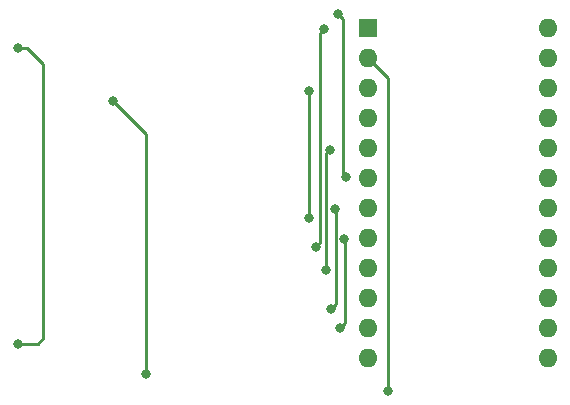
<source format=gbr>
G04 #@! TF.GenerationSoftware,KiCad,Pcbnew,(5.1.5)-3*
G04 #@! TF.CreationDate,2020-01-23T23:17:30-08:00*
G04 #@! TF.ProjectId,sdInterface,7364496e-7465-4726-9661-63652e6b6963,rev?*
G04 #@! TF.SameCoordinates,Original*
G04 #@! TF.FileFunction,Copper,L2,Bot*
G04 #@! TF.FilePolarity,Positive*
%FSLAX46Y46*%
G04 Gerber Fmt 4.6, Leading zero omitted, Abs format (unit mm)*
G04 Created by KiCad (PCBNEW (5.1.5)-3) date 2020-01-23 23:17:30*
%MOMM*%
%LPD*%
G04 APERTURE LIST*
%ADD10R,1.600000X1.600000*%
%ADD11O,1.600000X1.600000*%
%ADD12C,0.800000*%
%ADD13C,0.250000*%
G04 APERTURE END LIST*
D10*
X123600000Y-75600000D03*
D11*
X138840000Y-103540000D03*
X123600000Y-78140000D03*
X138840000Y-101000000D03*
X123600000Y-80680000D03*
X138840000Y-98460000D03*
X123600000Y-83220000D03*
X138840000Y-95920000D03*
X123600000Y-85760000D03*
X138840000Y-93380000D03*
X123600000Y-88300000D03*
X138840000Y-90840000D03*
X123600000Y-90840000D03*
X138840000Y-88300000D03*
X123600000Y-93380000D03*
X138840000Y-85760000D03*
X123600000Y-95920000D03*
X138840000Y-83220000D03*
X123600000Y-98460000D03*
X138840000Y-80680000D03*
X123600000Y-101000000D03*
X138840000Y-78140000D03*
X123600000Y-103540000D03*
X138840000Y-75600000D03*
D12*
X94025000Y-102350000D03*
X94025000Y-77250000D03*
X121100000Y-74400000D03*
X121800000Y-88200000D03*
X121300000Y-101000000D03*
X121624999Y-93500000D03*
X120500000Y-99400000D03*
X120825000Y-90900000D03*
X120100000Y-96100000D03*
X120400000Y-85900000D03*
X118600000Y-91700000D03*
X118600000Y-80900000D03*
X104800000Y-104900000D03*
X102000000Y-81800000D03*
X125300000Y-106300000D03*
X119200000Y-94100000D03*
X119900000Y-75700000D03*
D13*
X94025000Y-102350000D02*
X95675000Y-102350000D01*
X95675000Y-102350000D02*
X96150001Y-101874999D01*
X96150001Y-101874999D02*
X96150001Y-78659999D01*
X96150001Y-78659999D02*
X94740002Y-77250000D01*
X94740002Y-77250000D02*
X94025000Y-77250000D01*
X121499999Y-87899999D02*
X121800000Y-88200000D01*
X121100000Y-74400000D02*
X121499999Y-74799999D01*
X121499999Y-74799999D02*
X121499999Y-87899999D01*
X121300000Y-101000000D02*
X121699999Y-100600001D01*
X121699999Y-93575000D02*
X121624999Y-93500000D01*
X121699999Y-100600001D02*
X121699999Y-93575000D01*
X120899999Y-90974999D02*
X120825000Y-90900000D01*
X120500000Y-99400000D02*
X120899999Y-99000001D01*
X120899999Y-99000001D02*
X120899999Y-90974999D01*
X120100000Y-96100000D02*
X120100000Y-86200000D01*
X120100000Y-86200000D02*
X120400000Y-85900000D01*
X118600000Y-91700000D02*
X118600000Y-80900000D01*
X104800000Y-104900000D02*
X104800000Y-104334315D01*
X104800000Y-104334315D02*
X104800000Y-84600000D01*
X104800000Y-84600000D02*
X102000000Y-81800000D01*
X125300000Y-79840000D02*
X123600000Y-78140000D01*
X125300000Y-106300000D02*
X125300000Y-79840000D01*
X119599999Y-76000001D02*
X119900000Y-75700000D01*
X119200000Y-94100000D02*
X119599999Y-93700001D01*
X119599999Y-93700001D02*
X119599999Y-76000001D01*
M02*

</source>
